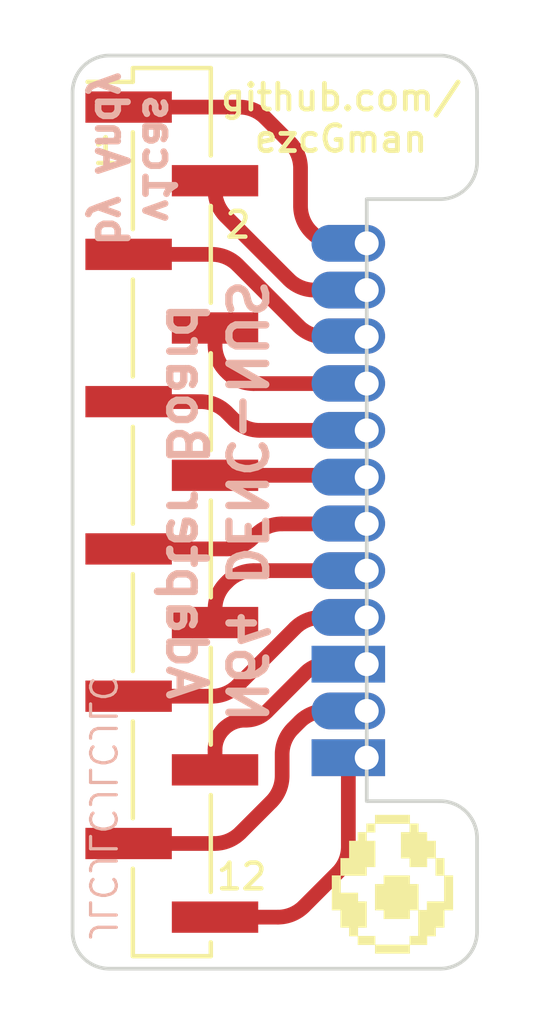
<source format=kicad_pcb>
(kicad_pcb (version 20221018) (generator pcbnew)
  (layers (0 "F.Cu" signal) (31 "B.Cu" signal) (34 "B.Paste" user) (35 "F.Paste" user) (36 "B.SilkS" user "B.Silkscreen") (37 "F.SilkS" user "F.Silkscreen") (38 "B.Mask" user) (39 "F.Mask" user) (44 "Edge.Cuts" user))
  (net 0 "")
  (net 1 "/D0")
  (net 2 "/D1")
  (net 3 "/D2")
  (net 4 "/D3")
  (net 5 "/D4")
  (net 6 "/D5")
  (net 7 "/D6")
  (net 8 "/3v3")
  (net 9 "/DSYNC")
  (net 10 "/GND")
  (net 11 "/CLK")
  (footprint "Andys-Footprints:EdgeConnector_1x12_P1.27mm_Castellated" (layer "F.Cu") (at 191 86.4)
    (fp_text reference "J1")
    (fp_text value "Conn_01x12")
    (pad "1" thru_hole oval (at 0 0) (size 2 1) (drill 0.65 (offset -0.5 0)) (property pad_prop_castellated) (layers "*.Cu" "*.Mask") (net 1 "/D0"))
    (pad "2" thru_hole oval (at 0 1.27) (size 2 1) (drill 0.65 (offset -0.5 0)) (property pad_prop_castellated) (layers "*.Cu" "*.Mask") (net 2 "/D1"))
    (pad "3" thru_hole oval (at 0 2.54) (size 2 0.96) (drill 0.65 (offset -0.5 -0.02)) (property pad_prop_castellated) (layers "*.Cu" "*.Mask") (net 3 "/D2"))
    (pad "4" thru_hole oval (at 0 3.81) (size 2 0.99) (drill 0.65 (offset -0.5 -0.005)) (property pad_prop_castellated) (layers "*.Cu" "*.Mask") (net 4 "/D3"))
    (pad "5" thru_hole oval (at 0 5.08) (size 2 1) (drill 0.65 (offset -0.5 0)) (property pad_prop_castellated) (layers "*.Cu" "*.Mask") (net 5 "/D4"))
    (pad "6" thru_hole oval (at 0 6.35) (size 2 1) (drill 0.65 (offset -0.5 0)) (property pad_prop_castellated) (layers "*.Cu" "*.Mask") (net 6 "/D5"))
    (pad "7" thru_hole oval (at 0 7.62) (size 2 0.98) (drill 0.65 (offset -0.5 -0.01)) (property pad_prop_castellated) (layers "*.Cu" "*.Mask") (net 7 "/D6"))
    (pad "8" thru_hole oval (at 0 8.89) (size 2 1) (drill 0.65 (offset -0.5 0)) (property pad_prop_castellated) (layers "*.Cu" "*.Mask") (net 8 "/3v3"))
    (pad "9" thru_hole oval (at 0 10.16) (size 2 1) (drill 0.65 (offset -0.5 0)) (property pad_prop_castellated) (layers "*.Cu" "*.Mask") (net 9 "/DSYNC"))
    (pad "10" thru_hole rect (at 0 11.43) (size 2 1) (drill 0.65 (offset -0.5 0)) (property pad_prop_castellated) (layers "*.Cu" "*.Mask") (net 10 "/GND"))
    (pad "11" thru_hole oval (at 0 12.7) (size 2 1) (drill 0.65 (offset -0.5 0)) (property pad_prop_castellated) (layers "*.Cu" "*.Mask") (net 11 "/CLK"))
    (pad "12" thru_hole rect (at 0 13.97) (size 2 1) (drill 0.65 (offset -0.5 0)) (property pad_prop_castellated) (layers "*.Cu" "*.Mask") (net 10 "/GND"))
  )
  (footprint "Andys-Footprints:Yoshi-Egg-Small" (layer "F.Cu") (at 191.7 103.8)
    (fp_text reference "G***" hide)
    (fp_text value "LOGO" hide)
    (fp_poly (pts (xy -0.4699 -1.40335) (xy -0.70485 -1.40335) (xy -0.70485 -1.6383) (xy -0.4699 -1.6383) (xy -0.4699 -1.40335)) (stroke (width 0.01)) (fill solid) (layer "F.SilkS"))
    (fp_poly (pts (xy -0.4699 1.651) (xy -0.9398 1.651) (xy -0.9398 1.41605) (xy -0.4699 1.41605) (xy -0.4699 1.651)) (stroke (width 0.01)) (fill solid) (layer "F.SilkS"))
    (fp_poly (pts (xy 0.4699 -1.6383) (xy -0.4699 -1.6383) (xy -0.4699 -1.87325) (xy 0.4699 -1.87325) (xy 0.4699 -1.6383)) (stroke (width 0.01)) (fill solid) (layer "F.SilkS"))
    (fp_poly (pts (xy 0.4699 1.88595) (xy -0.4699 1.88595) (xy -0.4699 1.651) (xy 0.4699 1.651) (xy 0.4699 1.88595)) (stroke (width 0.01)) (fill solid) (layer "F.SilkS"))
    (fp_poly (pts (xy 1.4097 -0.2286) (xy 1.17475 -0.2286) (xy 1.17475 -0.6985) (xy 1.4097 -0.6985) (xy 1.4097 -0.2286)) (stroke (width 0.01)) (fill solid) (layer "F.SilkS"))
    (fp_poly (pts (xy -0.70485 -1.1684) (xy -0.4699 -1.1684) (xy -0.4699 -0.46355) (xy -0.70485 -0.46355) (xy -0.70485 -0.2286) (xy -1.4097 -0.2286) (xy -1.4097 -0.6985) (xy -1.17475 -0.6985) (xy -1.17475 -1.1684) (xy -0.9398 -1.1684) (xy -0.9398 -1.40335) (xy -0.70485 -1.40335) (xy -0.70485 -1.1684)) (stroke (width 0.01)) (fill solid) (layer "F.SilkS"))
    (fp_poly (pts (xy 0.4699 0.00635) (xy 0.70485 0.00635) (xy 0.70485 0.7112) (xy 0.4699 0.7112) (xy 0.4699 0.94615) (xy -0.23495 0.94615) (xy -0.23495 0.7112) (xy -0.4699 0.7112) (xy -0.4699 0.00635) (xy -0.23495 0.00635) (xy -0.23495 -0.2286) (xy 0.4699 -0.2286) (xy 0.4699 0.00635)) (stroke (width 0.01)) (fill solid) (layer "F.SilkS"))
    (fp_poly (pts (xy -1.4097 0.2413) (xy -0.9398 0.2413) (xy -0.9398 0.47625) (xy -0.70485 0.47625) (xy -0.70485 1.1811) (xy -0.9398 1.1811) (xy -0.9398 1.41605) (xy -1.17475 1.41605) (xy -1.17475 1.1811) (xy -1.4097 1.1811) (xy -1.4097 0.7112) (xy -1.64465 0.7112) (xy -1.64465 -0.2286) (xy -1.4097 -0.2286) (xy -1.4097 0.2413)) (stroke (width 0.01)) (fill solid) (layer "F.SilkS"))
    (fp_poly (pts (xy 0.70485 -1.40335) (xy 0.9398 -1.40335) (xy 0.9398 -1.1684) (xy 1.17475 -1.1684) (xy 1.17475 -0.6985) (xy 0.9398 -0.6985) (xy 0.9398 -0.46355) (xy 0.4699 -0.46355) (xy 0.4699 -0.6985) (xy 0.23495 -0.6985) (xy 0.23495 -1.40335) (xy 0.4699 -1.40335) (xy 0.4699 -1.6383) (xy 0.70485 -1.6383) (xy 0.70485 -1.40335)) (stroke (width 0.01)) (fill solid) (layer "F.SilkS"))
    (fp_poly (pts (xy 1.64465 0.7112) (xy 1.4097 0.7112) (xy 1.4097 1.1811) (xy 1.17475 1.1811) (xy 1.17475 1.41605) (xy 0.9398 1.41605) (xy 0.9398 1.651) (xy 0.4699 1.651) (xy 0.4699 1.41605) (xy 0.70485 1.41605) (xy 0.70485 0.7112) (xy 0.9398 0.7112) (xy 0.9398 0.47625) (xy 1.4097 0.47625) (xy 1.4097 -0.2286) (xy 1.64465 -0.2286) (xy 1.64465 0.7112)) (stroke (width 0.01)) (fill solid) (layer "F.SilkS"))
  )
  (footprint "Connector_PinHeader_2.00mm:PinHeader_1x12_P2.00mm_Vertical_SMD_Pin1Left" (layer "F.Cu") (at 185.7 93.7)
    (fp_text reference "J2")
    (fp_text value "Conn_01x12")
    (fp_text user "1" (at -1.8 -9.8 unlocked) (layer "F.SilkS") (effects (font (size 0.7 0.7) (thickness 0.12))))
    (fp_text user "2" (at 1.8 -7.8 unlocked) (layer "F.SilkS") (effects (font (size 0.7 0.7) (thickness 0.12))))
    (fp_text user "12" (at 1.9 9.9 unlocked) (layer "F.SilkS") (effects (font (size 0.7 0.7) (thickness 0.12))))
    (fp_line (start -1.06 -12.06) (end -1.06 -11.685) (stroke (width 0.12)) (layer "F.SilkS"))
    (fp_line (start -1.06 -12.06) (end 1.06 -12.06) (stroke (width 0.12)) (layer "F.SilkS"))
    (fp_line (start -1.06 -11.685) (end -2.29 -11.685) (stroke (width 0.12)) (layer "F.SilkS"))
    (fp_line (start -1.06 -10.315) (end -1.06 -7.685) (stroke (width 0.12)) (layer "F.SilkS"))
    (fp_line (start -1.06 -6.315) (end -1.06 -3.685) (stroke (width 0.12)) (layer "F.SilkS"))
    (fp_line (start -1.06 -2.315) (end -1.06 0.315) (stroke (width 0.12)) (layer "F.SilkS"))
    (fp_line (start -1.06 1.685) (end -1.06 4.315) (stroke (width 0.12)) (layer "F.SilkS"))
    (fp_line (start -1.06 5.685) (end -1.06 8.315) (stroke (width 0.12)) (layer "F.SilkS"))
    (fp_line (start -1.06 9.685) (end -1.06 12.06) (stroke (width 0.12)) (layer "F.SilkS"))
    (fp_line (start -1.06 12.06) (end 1.06 12.06) (stroke (width 0.12)) (layer "F.SilkS"))
    (fp_line (start 1.06 -12.06) (end 1.06 -9.685) (stroke (width 0.12)) (layer "F.SilkS"))
    (fp_line (start 1.06 -8.315) (end 1.06 -5.685) (stroke (width 0.12)) (layer "F.SilkS"))
    (fp_line (start 1.06 -4.315) (end 1.06 -1.685) (stroke (width 0.12)) (layer "F.SilkS"))
    (fp_line (start 1.06 -0.315) (end 1.06 2.315) (stroke (width 0.12)) (layer "F.SilkS"))
    (fp_line (start 1.06 3.685) (end 1.06 6.315) (stroke (width 0.12)) (layer "F.SilkS"))
    (fp_line (start 1.06 7.685) (end 1.06 10.315) (stroke (width 0.12)) (layer "F.SilkS"))
    (fp_line (start 1.06 11.685) (end 1.06 12.06) (stroke (width 0.12)) (layer "F.SilkS"))
    (pad "1" smd rect (at -1.175 -11) (size 2.35 0.85) (layers "F.Cu" "F.Paste" "F.Mask") (net 1 "/D0"))
    (pad "2" smd rect (at 1.175 -9) (size 2.35 0.85) (layers "F.Cu" "F.Paste" "F.Mask") (net 2 "/D1"))
    (pad "3" smd rect (at -1.175 -7) (size 2.35 0.85) (layers "F.Cu" "F.Paste" "F.Mask") (net 3 "/D2"))
    (pad "4" smd rect (at 1.175 -5) (size 2.35 0.85) (layers "F.Cu" "F.Paste" "F.Mask") (net 4 "/D3"))
    (pad "5" smd rect (at -1.175 -3) (size 2.35 0.85) (layers "F.Cu" "F.Paste" "F.Mask") (net 5 "/D4"))
    (pad "6" smd rect (at 1.175 -1) (size 2.35 0.85) (layers "F.Cu" "F.Paste" "F.Mask") (net 6 "/D5"))
    (pad "7" smd rect (at -1.175 1) (size 2.35 0.85) (layers "F.Cu" "F.Paste" "F.Mask") (net 7 "/D6"))
    (pad "8" smd rect (at 1.175 3) (size 2.35 0.85) (layers "F.Cu" "F.Paste" "F.Mask") (net 8 "/3v3"))
    (pad "9" smd rect (at -1.175 5) (size 2.35 0.85) (layers "F.Cu" "F.Paste" "F.Mask") (net 9 "/DSYNC"))
    (pad "10" smd rect (at 1.175 7) (size 2.35 0.85) (layers "F.Cu" "F.Paste" "F.Mask") (net 10 "/GND"))
    (pad "11" smd rect (at -1.175 9) (size 2.35 0.85) (layers "F.Cu" "F.Paste" "F.Mask") (net 11 "/CLK"))
    (pad "12" smd rect (at 1.175 11) (size 2.35 0.85) (layers "F.Cu" "F.Paste" "F.Mask") (net 10 "/GND"))
  )
  (gr_arc (start 194 105.1) (mid 193.707107 105.807107) (end 193 106.1) (stroke (width 0.1)) (layer "Edge.Cuts"))
  (gr_line (start 183 105.1) (end 183 82.3) (stroke (width 0.1)) (layer "Edge.Cuts"))
  (gr_arc (start 184 106.1) (mid 183.292893 105.807107) (end 183 105.1) (stroke (width 0.1)) (layer "Edge.Cuts"))
  (gr_line (start 191 85.2) (end 191 101.55) (stroke (width 0.1)) (layer "Edge.Cuts"))
  (gr_line (start 191 85.2) (end 193 85.2) (stroke (width 0.1)) (layer "Edge.Cuts"))
  (gr_line (start 194 102.55) (end 194 105.1) (stroke (width 0.1)) (layer "Edge.Cuts"))
  (gr_line (start 194 82.3) (end 194 84.2) (stroke (width 0.1)) (layer "Edge.Cuts"))
  (gr_arc (start 194 84.2) (mid 193.707107 84.907107) (end 193 85.2) (stroke (width 0.1)) (layer "Edge.Cuts"))
  (gr_line (start 193 101.55) (end 191 101.55) (stroke (width 0.1)) (layer "Edge.Cuts"))
  (gr_arc (start 193 81.3) (mid 193.707107 81.592893) (end 194 82.3) (stroke (width 0.1)) (layer "Edge.Cuts"))
  (gr_arc (start 183 82.3) (mid 183.292893 81.592893) (end 184 81.3) (stroke (width 0.1)) (layer "Edge.Cuts"))
  (gr_line (start 184 81.3) (end 193 81.3) (stroke (width 0.1)) (layer "Edge.Cuts"))
  (gr_line (start 193 106.1) (end 184 106.1) (stroke (width 0.1)) (layer "Edge.Cuts"))
  (gr_arc (start 193 101.55) (mid 193.707107 101.842893) (end 194 102.55) (stroke (width 0.1)) (layer "Edge.Cuts"))
  (gr_text "N64 DENC-NUS\nAdapter Board" (at 186.9 93.4 270) (layer "B.SilkS") (effects (font (size 1 1) (thickness 0.2)) (justify mirror)))
  (gr_text "v1cas\nby Andy" (at 184.7 84.1 270) (layer "B.SilkS") (effects (font (size 0.8 0.8) (thickness 0.18)) (justify mirror)))
  (gr_text "JLCJLCJLCJLC" (at 183.4 105.4 270) (layer "B.SilkS") (effects (font (size 0.7 0.7) (thickness 0.0875)) (justify left bottom mirror)))
  (gr_text "github.com/\nezcGman" (at 190.3 83) (layer "F.SilkS") (effects (font (size 0.7 0.7) (thickness 0.13))))
  (segment (start 190.214214 86.4) (end 190.79998 86.4) (width 0.4) (layer "F.Cu") (net 1))
  (segment (start 189.2 84.365192) (end 189.2 85.385786) (width 0.4) (layer "F.Cu") (net 1))
  (segment (start 188.241915 82.992893) (end 188.907107 83.658085) (width 0.4) (layer "F.Cu") (net 1))
  (segment (start 189.492893 86.092893) (end 189.507107 86.107107) (width 0.4) (layer "F.Cu") (net 1))
  (segment (start 184.5 82.7) (end 187.534808 82.7) (width 0.4) (layer "F.Cu") (net 1))
  (arc (start 189.507107 86.107107) (mid 189.83153 86.32388) (end 190.214214 86.4) (width 0.4) (layer "F.Cu") (net 1))
  (arc (start 188.907107 83.658085) (mid 189.12388 83.982508) (end 189.2 84.365192) (width 0.4) (layer "F.Cu") (net 1))
  (arc (start 188.241915 82.992893) (mid 187.917492 82.77612) (end 187.534808 82.7) (width 0.4) (layer "F.Cu") (net 1))
  (arc (start 189.492893 86.092893) (mid 189.27612 85.76847) (end 189.2 85.385786) (width 0.4) (layer "F.Cu") (net 1))
  (segment (start 187.167893 85.667893) (end 188.877107 87.377107) (width 0.4) (layer "F.Cu") (net 2))
  (segment (start 189.584214 87.67) (end 190.79998 87.67) (width 0.4) (layer "F.Cu") (net 2))
  (segment (start 186.875 84.7) (end 186.875 84.960786) (width 0.4) (layer "F.Cu") (net 2))
  (arc (start 188.877107 87.377107) (mid 189.20153 87.59388) (end 189.584214 87.67) (width 0.4) (layer "F.Cu") (net 2))
  (arc (start 186.875 84.960786) (mid 186.95112 85.343469) (end 187.167893 85.667893) (width 0.4) (layer "F.Cu") (net 2))
  (segment (start 187.492893 86.992893) (end 189.147107 88.647107) (width 0.4) (layer "F.Cu") (net 3))
  (segment (start 189.854214 88.94) (end 190.79998 88.94) (width 0.4) (layer "F.Cu") (net 3))
  (segment (start 184.525 86.7) (end 186.785786 86.7) (width 0.4) (layer "F.Cu") (net 3))
  (arc (start 187.492893 86.992893) (mid 187.16847 86.77612) (end 186.785786 86.7) (width 0.4) (layer "F.Cu") (net 3))
  (arc (start 189.147107 88.647107) (mid 189.47153 88.86388) (end 189.854214 88.94) (width 0.4) (layer "F.Cu") (net 3))
  (segment (start 187.924214 90.21) (end 190.79998 90.21) (width 0.4) (layer "F.Cu") (net 4))
  (segment (start 186.875 88.7) (end 186.875 89.160786) (width 0.4) (layer "F.Cu") (net 4))
  (segment (start 187.167893 89.867893) (end 187.217107 89.917107) (width 0.4) (layer "F.Cu") (net 4))
  (arc (start 187.924214 90.21) (mid 187.541531 90.13388) (end 187.217107 89.917107) (width 0.4) (layer "F.Cu") (net 4))
  (arc (start 186.875 89.160786) (mid 186.95112 89.543469) (end 187.167893 89.867893) (width 0.4) (layer "F.Cu") (net 4))
  (segment (start 187.192893 90.992893) (end 187.387107 91.187107) (width 0.4) (layer "F.Cu") (net 5))
  (segment (start 184.525 90.7) (end 186.485786 90.7) (width 0.4) (layer "F.Cu") (net 5))
  (segment (start 188.094214 91.48) (end 190.79998 91.48) (width 0.4) (layer "F.Cu") (net 5))
  (arc (start 188.094214 91.48) (mid 187.711531 91.40388) (end 187.387107 91.187107) (width 0.4) (layer "F.Cu") (net 5))
  (arc (start 186.485786 90.7) (mid 186.868469 90.77612) (end 187.192893 90.992893) (width 0.4) (layer "F.Cu") (net 5))
  (segment (start 190.74998 92.7) (end 190.79998 92.75) (width 0.4) (layer "F.Cu") (net 6))
  (segment (start 187.7 92.7) (end 190.74998 92.7) (width 0.4) (layer "F.Cu") (net 6))
  (segment (start 188.694214 94.02) (end 190.79998 94.02) (width 0.4) (layer "F.Cu") (net 7))
  (segment (start 184.5 94.7) (end 187.185786 94.7) (width 0.4) (layer "F.Cu") (net 7))
  (segment (start 187.892893 94.407107) (end 187.987107 94.312893) (width 0.4) (layer "F.Cu") (net 7))
  (arc (start 187.987107 94.312893) (mid 188.31153 94.09612) (end 188.694214 94.02) (width 0.4) (layer "F.Cu") (net 7))
  (arc (start 187.185786 94.7) (mid 187.568469 94.62388) (end 187.892893 94.407107) (width 0.4) (layer "F.Cu") (net 7))
  (segment (start 186.875 96.7) (end 186.875 96.339214) (width 0.4) (layer "F.Cu") (net 8))
  (segment (start 187.167893 95.632107) (end 187.217107 95.582893) (width 0.4) (layer "F.Cu") (net 8))
  (segment (start 187.924214 95.29) (end 190.79998 95.29) (width 0.4) (layer "F.Cu") (net 8))
  (arc (start 187.167893 95.632107) (mid 186.95112 95.95653) (end 186.875 96.339214) (width 0.4) (layer "F.Cu") (net 8))
  (arc (start 187.217107 95.582893) (mid 187.54153 95.36612) (end 187.924214 95.29) (width 0.4) (layer "F.Cu") (net 8))
  (segment (start 184.525 98.7) (end 186.785786 98.7) (width 0.4) (layer "F.Cu") (net 9))
  (segment (start 187.492893 98.407107) (end 189.047107 96.852893) (width 0.4) (layer "F.Cu") (net 9))
  (segment (start 189.754214 96.56) (end 190.79998 96.56) (width 0.4) (layer "F.Cu") (net 9))
  (arc (start 186.785786 98.7) (mid 187.168469 98.62388) (end 187.492893 98.407107) (width 0.4) (layer "F.Cu") (net 9))
  (arc (start 189.047107 96.852893) (mid 189.37153 96.63612) (end 189.754214 96.56) (width 0.4) (layer "F.Cu") (net 9))
  (segment (start 186.875 100.7) (end 186.875 100.156371) (width 0.4) (layer "F.Cu") (net 10))
  (segment (start 190.5 102.785786) (end 190.5 100.66998) (width 0.4) (layer "F.Cu") (net 10))
  (segment (start 189.292893 104.407107) (end 190.207107 103.492893) (width 0.4) (layer "F.Cu") (net 10))
  (segment (start 189.901371 97.83) (end 190.79998 97.83) (width 0.4) (layer "F.Cu") (net 10))
  (segment (start 186.875 104.7) (end 188.585786 104.7) (width 0.4) (layer "F.Cu") (net 10))
  (segment (start 187.681371 99.35) (end 187.718629 99.35) (width 0.4) (layer "F.Cu") (net 10))
  (segment (start 187.109315 99.590685) (end 187.115686 99.584314) (width 0.4) (layer "F.Cu") (net 10))
  (segment (start 188.284315 99.115685) (end 189.335686 98.064314) (width 0.4) (layer "F.Cu") (net 10))
  (segment (start 190.5 100.66998) (end 190.79998 100.37) (width 0.4) (layer "F.Cu") (net 10))
  (arc (start 189.901371 97.83) (mid 189.595225 97.890896) (end 189.335686 98.064314) (width 0.4) (layer "F.Cu") (net 10))
  (arc (start 187.115686 99.584314) (mid 187.375225 99.410896) (end 187.681371 99.35) (width 0.4) (layer "F.Cu") (net 10))
  (arc (start 187.718629 99.35) (mid 188.024776 99.289103) (end 188.284315 99.115685) (width 0.4) (layer "F.Cu") (net 10))
  (arc (start 189.292893 104.407107) (mid 188.96847 104.62388) (end 188.585786 104.7) (width 0.4) (layer "F.Cu") (net 10))
  (arc (start 186.875 100.156371) (mid 186.935897 99.850224) (end 187.109315 99.590685) (width 0.4) (layer "F.Cu") (net 10))
  (arc (start 190.207107 103.492893) (mid 190.42388 103.16847) (end 190.5 102.785786) (width 0.4) (layer "F.Cu") (net 10))
  (segment (start 188.7 100.859808) (end 188.7 100.285192) (width 0.4) (layer "F.Cu") (net 11))
  (segment (start 184.525 102.7) (end 186.859808 102.7) (width 0.4) (layer "F.Cu") (net 11))
  (segment (start 189.885192 99.1) (end 190.79998 99.1) (width 0.4) (layer "F.Cu") (net 11))
  (segment (start 188.992893 99.578085) (end 189.178085 99.392893) (width 0.4) (layer "F.Cu") (net 11))
  (segment (start 187.566915 102.407107) (end 188.407107 101.566915) (width 0.4) (layer "F.Cu") (net 11))
  (arc (start 188.7 100.285192) (mid 188.77612 99.902509) (end 188.992893 99.578085) (width 0.4) (layer "F.Cu") (net 11))
  (arc (start 189.885192 99.1) (mid 189.502509 99.17612) (end 189.178085 99.392893) (width 0.4) (layer "F.Cu") (net 11))
  (arc (start 187.566915 102.407107) (mid 187.242492 102.62388) (end 186.859808 102.7) (width 0.4) (layer "F.Cu") (net 11))
  (arc (start 188.407107 101.566915) (mid 188.62388 101.242492) (end 188.7 100.859808) (width 0.4) (layer "F.Cu") (net 11))
)
</source>
